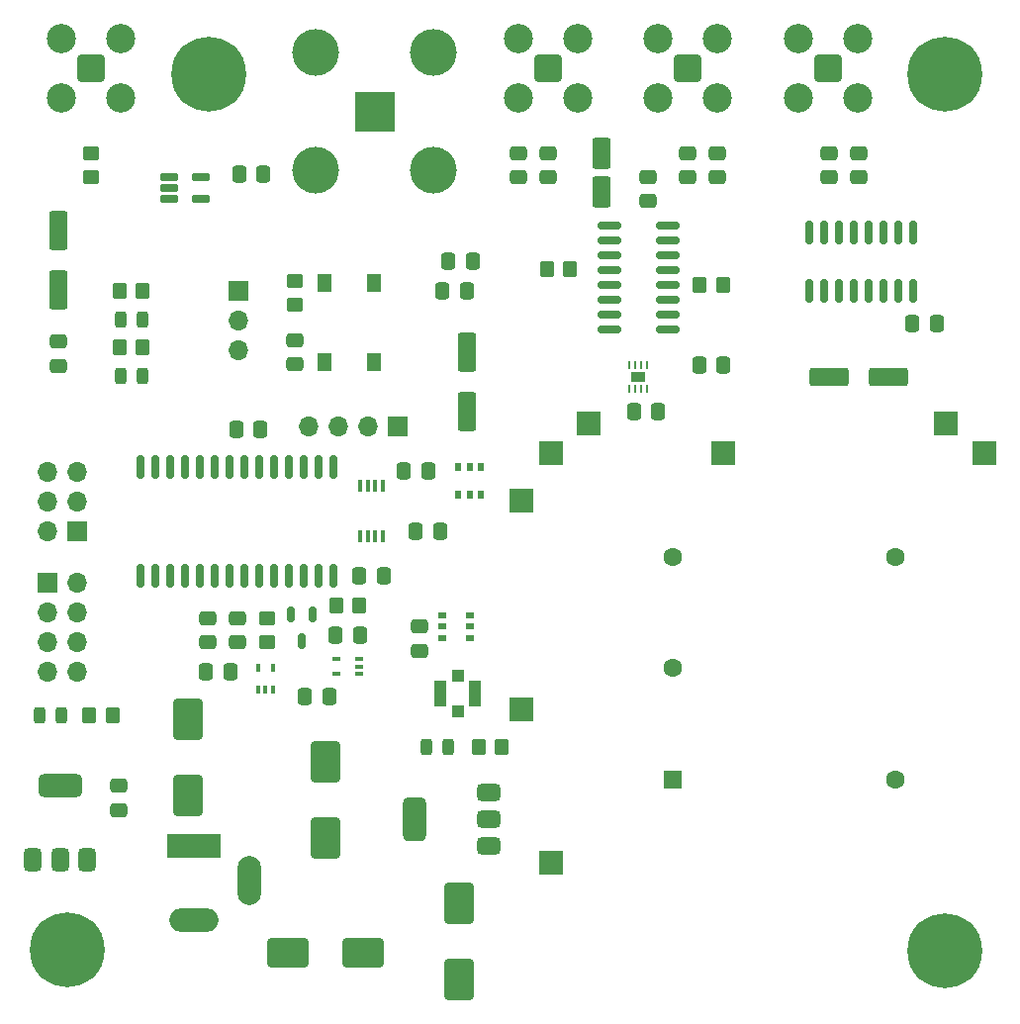
<source format=gts>
G04 #@! TF.GenerationSoftware,KiCad,Pcbnew,7.0.11*
G04 #@! TF.CreationDate,2024-03-19T21:31:16+01:00*
G04 #@! TF.ProjectId,GPSDO,47505344-4f2e-46b6-9963-61645f706362,rev?*
G04 #@! TF.SameCoordinates,Original*
G04 #@! TF.FileFunction,Soldermask,Top*
G04 #@! TF.FilePolarity,Negative*
%FSLAX46Y46*%
G04 Gerber Fmt 4.6, Leading zero omitted, Abs format (unit mm)*
G04 Created by KiCad (PCBNEW 7.0.11) date 2024-03-19 21:31:16*
%MOMM*%
%LPD*%
G01*
G04 APERTURE LIST*
G04 Aperture macros list*
%AMRoundRect*
0 Rectangle with rounded corners*
0 $1 Rounding radius*
0 $2 $3 $4 $5 $6 $7 $8 $9 X,Y pos of 4 corners*
0 Add a 4 corners polygon primitive as box body*
4,1,4,$2,$3,$4,$5,$6,$7,$8,$9,$2,$3,0*
0 Add four circle primitives for the rounded corners*
1,1,$1+$1,$2,$3*
1,1,$1+$1,$4,$5*
1,1,$1+$1,$6,$7*
1,1,$1+$1,$8,$9*
0 Add four rect primitives between the rounded corners*
20,1,$1+$1,$2,$3,$4,$5,0*
20,1,$1+$1,$4,$5,$6,$7,0*
20,1,$1+$1,$6,$7,$8,$9,0*
20,1,$1+$1,$8,$9,$2,$3,0*%
G04 Aperture macros list end*
%ADD10RoundRect,0.250000X0.550000X-1.075000X0.550000X1.075000X-0.550000X1.075000X-0.550000X-1.075000X0*%
%ADD11RoundRect,0.250000X1.000000X-1.500000X1.000000X1.500000X-1.000000X1.500000X-1.000000X-1.500000X0*%
%ADD12R,0.400000X1.100000*%
%ADD13RoundRect,0.250000X0.350000X0.450000X-0.350000X0.450000X-0.350000X-0.450000X0.350000X-0.450000X0*%
%ADD14RoundRect,0.150000X-0.150000X0.512500X-0.150000X-0.512500X0.150000X-0.512500X0.150000X0.512500X0*%
%ADD15R,2.000000X2.000000*%
%ADD16RoundRect,0.243750X-0.243750X-0.456250X0.243750X-0.456250X0.243750X0.456250X-0.243750X0.456250X0*%
%ADD17RoundRect,0.162500X-0.617500X-0.162500X0.617500X-0.162500X0.617500X0.162500X-0.617500X0.162500X0*%
%ADD18R,0.510000X0.700000*%
%ADD19RoundRect,0.250000X1.500000X1.000000X-1.500000X1.000000X-1.500000X-1.000000X1.500000X-1.000000X0*%
%ADD20RoundRect,0.200100X-0.949900X-0.949900X0.949900X-0.949900X0.949900X0.949900X-0.949900X0.949900X0*%
%ADD21C,2.500000*%
%ADD22RoundRect,0.250000X-0.350000X-0.450000X0.350000X-0.450000X0.350000X0.450000X-0.350000X0.450000X0*%
%ADD23RoundRect,0.062500X-0.062500X0.287500X-0.062500X-0.287500X0.062500X-0.287500X0.062500X0.287500X0*%
%ADD24R,1.300000X0.900000*%
%ADD25RoundRect,0.375000X0.375000X-0.625000X0.375000X0.625000X-0.375000X0.625000X-0.375000X-0.625000X0*%
%ADD26RoundRect,0.500000X1.400000X-0.500000X1.400000X0.500000X-1.400000X0.500000X-1.400000X-0.500000X0*%
%ADD27RoundRect,0.250000X0.475000X-0.337500X0.475000X0.337500X-0.475000X0.337500X-0.475000X-0.337500X0*%
%ADD28R,3.500000X3.500000*%
%ADD29C,4.000000*%
%ADD30R,1.600000X1.600000*%
%ADD31C,1.600000*%
%ADD32RoundRect,0.250000X-1.412500X-0.550000X1.412500X-0.550000X1.412500X0.550000X-1.412500X0.550000X0*%
%ADD33RoundRect,0.250000X-0.450000X0.350000X-0.450000X-0.350000X0.450000X-0.350000X0.450000X0.350000X0*%
%ADD34R,1.700000X1.700000*%
%ADD35O,1.700000X1.700000*%
%ADD36RoundRect,0.250000X-0.337500X-0.475000X0.337500X-0.475000X0.337500X0.475000X-0.337500X0.475000X0*%
%ADD37RoundRect,0.250000X0.550000X-1.412500X0.550000X1.412500X-0.550000X1.412500X-0.550000X-1.412500X0*%
%ADD38C,0.800000*%
%ADD39C,6.400000*%
%ADD40R,4.600000X2.000000*%
%ADD41O,4.200000X2.000000*%
%ADD42O,2.000000X4.200000*%
%ADD43RoundRect,0.243750X0.243750X0.456250X-0.243750X0.456250X-0.243750X-0.456250X0.243750X-0.456250X0*%
%ADD44RoundRect,0.375000X0.625000X0.375000X-0.625000X0.375000X-0.625000X-0.375000X0.625000X-0.375000X0*%
%ADD45RoundRect,0.500000X0.500000X1.400000X-0.500000X1.400000X-0.500000X-1.400000X0.500000X-1.400000X0*%
%ADD46RoundRect,0.250000X-1.000000X1.500000X-1.000000X-1.500000X1.000000X-1.500000X1.000000X1.500000X0*%
%ADD47RoundRect,0.250000X0.337500X0.475000X-0.337500X0.475000X-0.337500X-0.475000X0.337500X-0.475000X0*%
%ADD48RoundRect,0.100000X0.225000X0.100000X-0.225000X0.100000X-0.225000X-0.100000X0.225000X-0.100000X0*%
%ADD49R,0.700000X0.510000*%
%ADD50R,1.300000X1.550000*%
%ADD51RoundRect,0.250000X-0.475000X0.337500X-0.475000X-0.337500X0.475000X-0.337500X0.475000X0.337500X0*%
%ADD52RoundRect,0.100000X0.100000X-0.225000X0.100000X0.225000X-0.100000X0.225000X-0.100000X-0.225000X0*%
%ADD53R,1.000000X1.000000*%
%ADD54R,1.050000X2.200000*%
%ADD55RoundRect,0.150000X0.150000X-0.875000X0.150000X0.875000X-0.150000X0.875000X-0.150000X-0.875000X0*%
%ADD56RoundRect,0.150000X-0.825000X-0.150000X0.825000X-0.150000X0.825000X0.150000X-0.825000X0.150000X0*%
%ADD57RoundRect,0.150000X-0.150000X0.825000X-0.150000X-0.825000X0.150000X-0.825000X0.150000X0.825000X0*%
G04 APERTURE END LIST*
D10*
X70612000Y-35076000D03*
X70612000Y-31726000D03*
D11*
X46990000Y-90372000D03*
X46990000Y-83872000D03*
D12*
X51902000Y-60207000D03*
X51252000Y-60207000D03*
X50602000Y-60207000D03*
X49952000Y-60207000D03*
X49952000Y-64507000D03*
X50602000Y-64507000D03*
X51252000Y-64507000D03*
X51902000Y-64507000D03*
D13*
X62087000Y-82550000D03*
X60087000Y-82550000D03*
D14*
X45908000Y-71252500D03*
X44008000Y-71252500D03*
X44958000Y-73527500D03*
D15*
X63754000Y-79375000D03*
D16*
X29415500Y-45974000D03*
X31290500Y-45974000D03*
D17*
X33575000Y-33782000D03*
X33575000Y-34732000D03*
X33575000Y-35682000D03*
X36275000Y-35682000D03*
X36275000Y-33782000D03*
D15*
X63754000Y-61468000D03*
D18*
X60259000Y-58628000D03*
X59309000Y-58628000D03*
X58359000Y-58628000D03*
X58359000Y-60948000D03*
X59309000Y-60948000D03*
X60259000Y-60948000D03*
D19*
X50240000Y-100203000D03*
X43740000Y-100203000D03*
D20*
X90000000Y-24525600D03*
D21*
X87460000Y-21985600D03*
X87460000Y-27065600D03*
X92540000Y-21985600D03*
X92540000Y-27065600D03*
D22*
X47895000Y-70485000D03*
X49895000Y-70485000D03*
D23*
X74466000Y-49898000D03*
X73966000Y-49898000D03*
X73466000Y-49898000D03*
X72966000Y-49898000D03*
X72966000Y-51898000D03*
X73466000Y-51898000D03*
X73966000Y-51898000D03*
X74466000Y-51898000D03*
D24*
X73716000Y-50898000D03*
D25*
X21957000Y-92177000D03*
X24257000Y-92177000D03*
D26*
X24257000Y-85877000D03*
D25*
X26557000Y-92177000D03*
D27*
X74549000Y-35835500D03*
X74549000Y-33760500D03*
D28*
X51181000Y-28176000D03*
D29*
X46156000Y-23151000D03*
X46156000Y-33201000D03*
X56206000Y-23151000D03*
X56206000Y-33201000D03*
D27*
X92583000Y-33803500D03*
X92583000Y-31728500D03*
X80518000Y-33803500D03*
X80518000Y-31728500D03*
D30*
X76708000Y-85344000D03*
D31*
X76708000Y-75819000D03*
X76708000Y-66294000D03*
X95758000Y-85344000D03*
X95758000Y-66294000D03*
D22*
X79010000Y-43053000D03*
X81010000Y-43053000D03*
D15*
X103378000Y-57404000D03*
D32*
X90045500Y-50927000D03*
X95120500Y-50927000D03*
D15*
X81026000Y-57404000D03*
D33*
X41985000Y-71569000D03*
X41985000Y-73569000D03*
D34*
X25760600Y-64145400D03*
D35*
X23220600Y-64145400D03*
X25760600Y-61605400D03*
X23220600Y-61605400D03*
X25760600Y-59065400D03*
X23220600Y-59065400D03*
D36*
X73384500Y-53848000D03*
X75459500Y-53848000D03*
D37*
X59055000Y-53845500D03*
X59055000Y-48770500D03*
X24130000Y-43431500D03*
X24130000Y-38356500D03*
D38*
X34557000Y-25019000D03*
X35259944Y-23321944D03*
X35259944Y-26716056D03*
X36957000Y-22619000D03*
D39*
X36957000Y-25019000D03*
D38*
X36957000Y-27419000D03*
X38654056Y-23321944D03*
X38654056Y-26716056D03*
X39357000Y-25019000D03*
D40*
X35687000Y-91059000D03*
D41*
X35687000Y-97359000D03*
D42*
X40487000Y-93959000D03*
D43*
X57452500Y-82550000D03*
X55577500Y-82550000D03*
D44*
X60935000Y-91073000D03*
X60935000Y-88773000D03*
D45*
X54635000Y-88773000D03*
D44*
X60935000Y-86473000D03*
D27*
X36905000Y-73606500D03*
X36905000Y-71531500D03*
D38*
X97600000Y-100000000D03*
X98302944Y-98302944D03*
X98302944Y-101697056D03*
X100000000Y-97600000D03*
D39*
X100000000Y-100000000D03*
D38*
X100000000Y-102400000D03*
X101697056Y-98302944D03*
X101697056Y-101697056D03*
X102400000Y-100000000D03*
D46*
X58420000Y-95937000D03*
X58420000Y-102437000D03*
D47*
X81047500Y-49911000D03*
X78972500Y-49911000D03*
D36*
X45241300Y-78247000D03*
X47316300Y-78247000D03*
D15*
X100076000Y-54864000D03*
D33*
X26924000Y-31766000D03*
X26924000Y-33766000D03*
D46*
X35179000Y-80189000D03*
X35179000Y-86689000D03*
D38*
X22492000Y-99949000D03*
X23194944Y-98251944D03*
X23194944Y-101646056D03*
X24892000Y-97549000D03*
D39*
X24892000Y-99949000D03*
D38*
X24892000Y-102349000D03*
X26589056Y-98251944D03*
X26589056Y-101646056D03*
X27292000Y-99949000D03*
D47*
X41677500Y-33528000D03*
X39602500Y-33528000D03*
D34*
X53203000Y-55118000D03*
D35*
X50663000Y-55118000D03*
X48123000Y-55118000D03*
X45583000Y-55118000D03*
D27*
X63500000Y-33803500D03*
X63500000Y-31728500D03*
D15*
X66294000Y-57404000D03*
D20*
X66000000Y-24525600D03*
D21*
X63460000Y-21985600D03*
X63460000Y-27065600D03*
X68540000Y-21985600D03*
X68540000Y-27065600D03*
D20*
X78000000Y-24525600D03*
D21*
X75460000Y-21985600D03*
X75460000Y-27065600D03*
X80540000Y-21985600D03*
X80540000Y-27065600D03*
D27*
X90043000Y-33825000D03*
X90043000Y-31750000D03*
D13*
X31333000Y-43561000D03*
X29333000Y-43561000D03*
D27*
X39445000Y-73606500D03*
X39445000Y-71531500D03*
D15*
X69469000Y-54864000D03*
D27*
X44323000Y-49805500D03*
X44323000Y-47730500D03*
X77978000Y-33803500D03*
X77978000Y-31728500D03*
X54991000Y-74316500D03*
X54991000Y-72241500D03*
D43*
X24356300Y-79857600D03*
X22481300Y-79857600D03*
D13*
X28787600Y-79857600D03*
X26787600Y-79857600D03*
D20*
X26908000Y-24525600D03*
D21*
X24368000Y-21985600D03*
X24368000Y-27065600D03*
X29448000Y-21985600D03*
X29448000Y-27065600D03*
D48*
X49845000Y-76342000D03*
X49845000Y-75692000D03*
X49845000Y-75042000D03*
X47945000Y-75042000D03*
X47945000Y-76342000D03*
D38*
X97549000Y-25019000D03*
X98251944Y-23321944D03*
X98251944Y-26716056D03*
X99949000Y-22619000D03*
D39*
X99949000Y-25019000D03*
D38*
X99949000Y-27419000D03*
X101646056Y-23321944D03*
X101646056Y-26716056D03*
X102349000Y-25019000D03*
D47*
X59584500Y-41021000D03*
X57509500Y-41021000D03*
X56790500Y-64135000D03*
X54715500Y-64135000D03*
X49911000Y-73025000D03*
X47836000Y-73025000D03*
D34*
X23215600Y-68529200D03*
D35*
X25755600Y-68529200D03*
X23215600Y-71069200D03*
X25755600Y-71069200D03*
X23215600Y-73609200D03*
X25755600Y-73609200D03*
X23215600Y-76149200D03*
X25755600Y-76149200D03*
D47*
X51964500Y-67945000D03*
X49889500Y-67945000D03*
D49*
X59326000Y-73213000D03*
X59326000Y-72263000D03*
X59326000Y-71313000D03*
X57006000Y-71313000D03*
X57006000Y-72263000D03*
X57006000Y-73213000D03*
D36*
X97209700Y-46329600D03*
X99284700Y-46329600D03*
D50*
X46922000Y-49628000D03*
X46922000Y-42828000D03*
X51122000Y-49628000D03*
X51122000Y-42828000D03*
D47*
X59076500Y-43561000D03*
X57001500Y-43561000D03*
D51*
X24130000Y-47882900D03*
X24130000Y-49957900D03*
D52*
X41208000Y-77681000D03*
X41858000Y-77681000D03*
X42508000Y-77681000D03*
X42508000Y-75781000D03*
X41208000Y-75781000D03*
D15*
X66294000Y-92456000D03*
D13*
X67929000Y-41656000D03*
X65929000Y-41656000D03*
D33*
X44323000Y-42688000D03*
X44323000Y-44688000D03*
D36*
X53699500Y-58928000D03*
X55774500Y-58928000D03*
D53*
X58293000Y-76478000D03*
D54*
X59768000Y-77978000D03*
D53*
X58293000Y-79478000D03*
D54*
X56818000Y-77978000D03*
D27*
X66040000Y-33803500D03*
X66040000Y-31728500D03*
D16*
X29415500Y-50800000D03*
X31290500Y-50800000D03*
D55*
X31115000Y-67896000D03*
X32385000Y-67896000D03*
X33655000Y-67896000D03*
X34925000Y-67896000D03*
X36195000Y-67896000D03*
X37465000Y-67896000D03*
X38735000Y-67896000D03*
X40005000Y-67896000D03*
X41275000Y-67896000D03*
X42545000Y-67896000D03*
X43815000Y-67896000D03*
X45085000Y-67896000D03*
X46355000Y-67896000D03*
X47625000Y-67896000D03*
X47625000Y-58596000D03*
X46355000Y-58596000D03*
X45085000Y-58596000D03*
X43815000Y-58596000D03*
X42545000Y-58596000D03*
X41275000Y-58596000D03*
X40005000Y-58596000D03*
X38735000Y-58596000D03*
X37465000Y-58596000D03*
X36195000Y-58596000D03*
X34925000Y-58596000D03*
X33655000Y-58596000D03*
X32385000Y-58596000D03*
X31115000Y-58596000D03*
D56*
X71312000Y-37973000D03*
X71312000Y-39243000D03*
X71312000Y-40513000D03*
X71312000Y-41783000D03*
X71312000Y-43053000D03*
X71312000Y-44323000D03*
X71312000Y-45593000D03*
X71312000Y-46863000D03*
X76262000Y-46863000D03*
X76262000Y-45593000D03*
X76262000Y-44323000D03*
X76262000Y-43053000D03*
X76262000Y-41783000D03*
X76262000Y-40513000D03*
X76262000Y-39243000D03*
X76262000Y-37973000D03*
D13*
X31333000Y-48387000D03*
X29333000Y-48387000D03*
D57*
X97282000Y-38546000D03*
X96012000Y-38546000D03*
X94742000Y-38546000D03*
X93472000Y-38546000D03*
X92202000Y-38546000D03*
X90932000Y-38546000D03*
X89662000Y-38546000D03*
X88392000Y-38546000D03*
X88392000Y-43496000D03*
X89662000Y-43496000D03*
X90932000Y-43496000D03*
X92202000Y-43496000D03*
X93472000Y-43496000D03*
X94742000Y-43496000D03*
X96012000Y-43496000D03*
X97282000Y-43496000D03*
D36*
X36756500Y-76096000D03*
X38831500Y-76096000D03*
X39348500Y-55372000D03*
X41423500Y-55372000D03*
D34*
X39497000Y-43561000D03*
D35*
X39497000Y-46101000D03*
X39497000Y-48641000D03*
D27*
X29311600Y-87956300D03*
X29311600Y-85881300D03*
M02*

</source>
